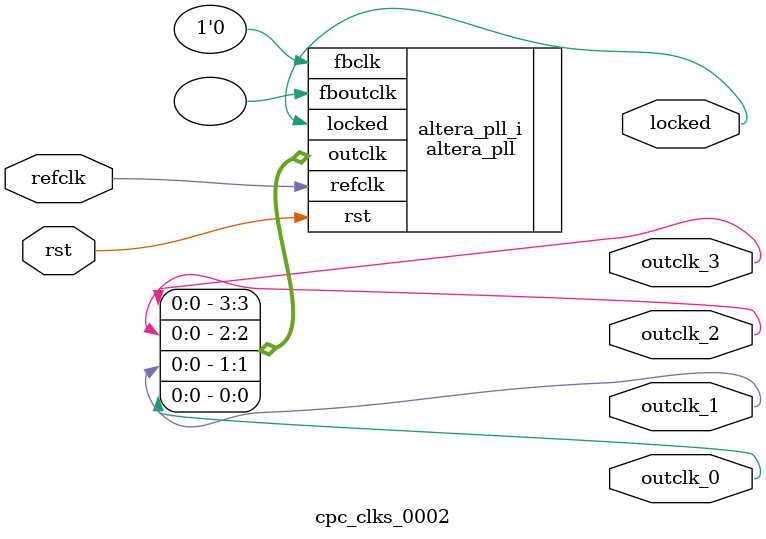
<source format=v>
`timescale 1ns/10ps
module  cpc_clks_0002(

	// interface 'refclk'
	input wire refclk,

	// interface 'reset'
	input wire rst,

	// interface 'outclk0'
	output wire outclk_0,

	// interface 'outclk1'
	output wire outclk_1,

	// interface 'outclk2'
	output wire outclk_2,

	// interface 'outclk3'
	output wire outclk_3,

	// interface 'locked'
	output wire locked
);

	altera_pll #(
		.fractional_vco_multiplier("true"),
		.reference_clock_frequency("50.0 MHz"),
		.operation_mode("direct"),
		.number_of_clocks(4),
		.output_clock_frequency0("48.000000 MHz"),
		.phase_shift0("0 ps"),
		.duty_cycle0(50),
		.output_clock_frequency1("16.000000 MHz"),
		.phase_shift1("0 ps"),
		.duty_cycle1(50),
		.output_clock_frequency2("4.000000 MHz"),
		.phase_shift2("0 ps"),
		.duty_cycle2(50),
		.output_clock_frequency3("1.000000 MHz"),
		.phase_shift3("0 ps"),
		.duty_cycle3(50),
		.output_clock_frequency4("0 MHz"),
		.phase_shift4("0 ps"),
		.duty_cycle4(50),
		.output_clock_frequency5("0 MHz"),
		.phase_shift5("0 ps"),
		.duty_cycle5(50),
		.output_clock_frequency6("0 MHz"),
		.phase_shift6("0 ps"),
		.duty_cycle6(50),
		.output_clock_frequency7("0 MHz"),
		.phase_shift7("0 ps"),
		.duty_cycle7(50),
		.output_clock_frequency8("0 MHz"),
		.phase_shift8("0 ps"),
		.duty_cycle8(50),
		.output_clock_frequency9("0 MHz"),
		.phase_shift9("0 ps"),
		.duty_cycle9(50),
		.output_clock_frequency10("0 MHz"),
		.phase_shift10("0 ps"),
		.duty_cycle10(50),
		.output_clock_frequency11("0 MHz"),
		.phase_shift11("0 ps"),
		.duty_cycle11(50),
		.output_clock_frequency12("0 MHz"),
		.phase_shift12("0 ps"),
		.duty_cycle12(50),
		.output_clock_frequency13("0 MHz"),
		.phase_shift13("0 ps"),
		.duty_cycle13(50),
		.output_clock_frequency14("0 MHz"),
		.phase_shift14("0 ps"),
		.duty_cycle14(50),
		.output_clock_frequency15("0 MHz"),
		.phase_shift15("0 ps"),
		.duty_cycle15(50),
		.output_clock_frequency16("0 MHz"),
		.phase_shift16("0 ps"),
		.duty_cycle16(50),
		.output_clock_frequency17("0 MHz"),
		.phase_shift17("0 ps"),
		.duty_cycle17(50),
		.pll_type("General"),
		.pll_subtype("General")
	) altera_pll_i (
		.rst	(rst),
		.outclk	({outclk_3, outclk_2, outclk_1, outclk_0}),
		.locked	(locked),
		.fboutclk	( ),
		.fbclk	(1'b0),
		.refclk	(refclk)
	);
endmodule


</source>
